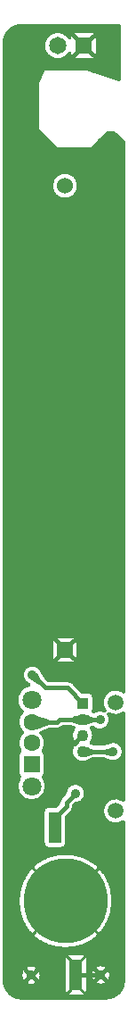
<source format=gtl>
*
%LPD*%
%LNKIMONO2-L1*%
%FSLAX25Y25*%
%MOIN*%
%AD*%
%AD*%
%ADD25R,0.06X0.06*%
%ADD26C,0.06*%
%ADD33R,0.062990157X0.062990157*%
%ADD38C,0.012*%
%ADD39C,0.015*%
%ADD40C,0.01*%
%ADD41R,0.064959843X0.064959843*%
%ADD42C,0.064959843*%
%ADD61C,0.059059843*%
%ADD65C,0.062990157*%
%ADD66C,0.036*%
%ADD68C,0.070870079*%
%ADD98R,0.043309843X0.043309843*%
%ADD99C,0.043309843*%
%ADD102R,0.047240157X0.118109843*%
%ADD103C,0.314959843*%
G54D25*
%SRX1Y1I0.0J0.0*%
G1X85802Y131978D3*
G54D26*
G1X85802Y305206D3*
G54D33*
G1X73280Y89293D3*
G1X98880Y105867D2*
G54D38*
G1X98980Y105767D1*
G1X103080Y10567D2*
G75*
G3X103080Y10567I-3900J0D1*
G1X76980Y10467D2*
G3X76980Y10467I-3900J0D1*
G1X103828Y38167D2*
G3X103828Y38167I-17848J0D1*
G1X90902Y305206D2*
G3X90902Y305206I-5100J0D1*
G74*
G1X107780Y93985D2*
G1X107780Y108277D1*
G1X102163Y108020D2*
G75*
G3X107780Y108277I2617J4323D1*
G1X96230Y103002D2*
G3X102163Y108020I2750J2765D1*
G74*
G1X96230Y103002D2*
G1X95646Y102810D1*
G1X95604Y97274D2*
G75*
G3X95646Y102810I-3224J2793D1*
G74*
G1X95604Y97274D2*
G1X96550Y96917D1*
G1X98280Y96917D1*
G1X99028Y96817D2*
G75*
G3X98280Y96917I-748J-2750D1*
G74*
G1X99028Y96817D2*
G1X100217Y96817D1*
G1X101861Y97304D1*
G1X107780Y93985D2*
G75*
G3X101861Y97304I-3900J-18D1*
G74*
G1X107780Y116408D2*
G1X107780Y321518D1*
G1X104244Y325054D1*
G1X101829Y325054D1*
G1X95735Y318961D1*
G1X82631Y318961D1*
G1X75327Y326265D1*
G1X75327Y343597D1*
G1X77717Y348867D1*
G1X94179Y348867D1*
G1X106093Y344805D1*
G1X106093Y365067D1*
G1X69554Y365067D1*
G75*
G3X63180Y359726I0J-6474D1*
G74*
G1X63180Y7308D1*
G75*
G3X69554Y1967I6374J1133D1*
G74*
G1X101306Y1967D1*
G75*
G3X107780Y8441I0J6474D1*
G74*
G1X107780Y67726D1*
G1X107780Y75857D2*
G75*
G3X107780Y67726I-3000J-4066D1*
G74*
G1X107780Y75857D2*
G1X107780Y93949D1*
G1X101861Y90630D2*
G75*
G3X107780Y93949I2019J3337D1*
G74*
G1X101861Y90630D2*
G1X100217Y91117D1*
G1X98380Y91117D1*
G1X97632Y91217D2*
G75*
G3X98380Y91117I748J2750D1*
G74*
G1X97632Y91217D2*
G1X96550Y91217D1*
G1X94804Y90557D1*
G1X89348Y97067D2*
G75*
G3X94804Y90557I3032J-3000D1*
G1X89088Y102779D2*
G3X89348Y97067I3292J-2712D1*
G74*
G1X89088Y102779D2*
G1X87630Y103217D1*
G1X84961Y103217D1*
G1X84769Y103026D1*
G1X82754Y102191D2*
G75*
G3X84769Y103026I0J2850D1*
G74*
G1X82754Y102191D2*
G1X80088Y102191D1*
G1X76864Y101003D1*
G1X77601Y94186D2*
G75*
G3X76864Y101003I-4321J2981D1*
G1X78530Y92443D2*
G3X77601Y94186I-2100J0D1*
G74*
G1X78530Y92443D2*
G1X78530Y86143D1*
G1X77731Y84495D2*
G75*
G3X78530Y86143I-1301J1648D1*
G1X68829Y84495D2*
G3X77731Y84495I4451J-3470D1*
G1X68030Y86143D2*
G3X68829Y84495I2100J0D1*
G74*
G1X68030Y86143D2*
G1X68030Y92443D1*
G1X68959Y94186D2*
G75*
G3X68030Y92443I1171J-1743D1*
G1X69807Y101104D2*
G3X68959Y94186I3473J-3937D1*
G1X69738Y108916D2*
G3X69807Y101104I3542J-3875D1*
G1X72332Y118872D2*
G3X69738Y108916I948J-5563D1*
G1X77351Y123562D2*
G3X72332Y118872I-3771J-995D1*
G74*
G1X77351Y123562D2*
G1X78398Y121779D1*
G1X79561Y120617D1*
G1X86680Y120617D1*
G1X88695Y119782D2*
G75*
G3X86680Y120617I-2015J-2015D1*
G74*
G1X88695Y119782D2*
G1X92145Y116332D1*
G1X94545Y116332D1*
G1X96645Y114232D2*
G75*
G3X94545Y116332I-2100J0D1*
G74*
G1X96645Y114232D2*
G1X96645Y109902D1*
G1X96467Y109054D2*
G75*
G3X96645Y109902I-1922J846D1*
G74*
G1X96467Y109054D2*
G1X96745Y108963D1*
G1X100818Y109207D2*
G75*
G3X96745Y108963I-1838J-3440D1*
G1X107780Y116408D2*
G3X100818Y109207I-3000J-4065D1*
G1X103080Y10567D2*
G3X103080Y10567I-3900J0D1*
G74*
G1X94379Y16513D2*
G1X94379Y4702D1*
G1X92279Y2602D2*
G75*
G3X94379Y4702I0J2100D1*
G74*
G1X92279Y2602D2*
G1X87555Y2602D1*
G1X85455Y4702D2*
G75*
G3X87555Y2602I2100J0D1*
G74*
G1X85455Y4702D2*
G1X85455Y16513D1*
G1X87555Y18613D2*
G75*
G3X85455Y16513I0J-2100D1*
G74*
G1X87555Y18613D2*
G1X92279Y18613D1*
G1X94379Y16513D2*
G75*
G3X92279Y18613I-2100J0D1*
G1X76980Y10467D2*
G3X76980Y10467I-3900J0D1*
G1X103828Y38167D2*
G3X103828Y38167I-17848J0D1*
G1X89813Y74469D2*
G3X85782Y78500I-133J3898D1*
G74*
G1X89813Y74469D2*
G1X89230Y73886D1*
G1X89230Y73606D1*
G1X88395Y71591D2*
G75*
G3X89230Y73606I-2015J2015D1*
G74*
G1X88395Y71591D2*
G1X86505Y69701D1*
G1X86505Y59821D1*
G1X84405Y57721D2*
G75*
G3X86505Y59821I0J2100D1*
G74*
G1X84405Y57721D2*
G1X79681Y57721D1*
G1X77581Y59821D2*
G75*
G3X79681Y57721I2100J0D1*
G74*
G1X77581Y59821D2*
G1X77581Y71632D1*
G1X79681Y73732D2*
G75*
G3X77581Y71632I0J-2100D1*
G74*
G1X79681Y73732D2*
G1X82475Y73732D1*
G1X83530Y74787D1*
G1X83530Y75067D1*
G1X84365Y77082D2*
G75*
G3X83530Y75067I2015J-2015D1*
G74*
G1X84365Y77082D2*
G1X85782Y78500D1*
G1X90902Y134978D2*
G1X90902Y128978D1*
G1X88802Y126878D2*
G75*
G3X90902Y128978I0J2100D1*
G74*
G1X88802Y126878D2*
G1X82802Y126878D1*
G1X80702Y128978D2*
G75*
G3X82802Y126878I2100J0D1*
G74*
G1X80702Y128978D2*
G1X80702Y134978D1*
G1X82802Y137078D2*
G75*
G3X80702Y134978I0J-2100D1*
G74*
G1X82802Y137078D2*
G1X88802Y137078D1*
G1X90902Y134978D2*
G75*
G3X88802Y137078I-2100J0D1*
G1X90902Y305206D2*
G3X90902Y305206I-5100J0D1*
G74*
G1X98228Y360815D2*
G1X98228Y354319D1*
G1X96128Y352219D2*
G75*
G3X98228Y354319I0J2100D1*
G74*
G1X96128Y352219D2*
G1X89632Y352219D1*
G1X87532Y354319D2*
G75*
G3X89632Y352219I2100J0D1*
G74*
G1X87532Y354319D2*
G1X87532Y354668D1*
G1X87532Y360466D2*
G75*
G3X87532Y354668I-4495J-2899D1*
G74*
G1X87532Y360466D2*
G1X87532Y360815D1*
G1X89632Y362915D2*
G75*
G3X87532Y360815I0J-2100D1*
G74*
G1X89632Y362915D2*
G1X96128Y362915D1*
G1X98228Y360815D2*
G75*
G3X96128Y362915I-2100J0D1*
G74*
G1X97820Y321046D2*
G1X107780Y321046D1*
G1X96740Y319966D2*
G1X107780Y319966D1*
G1X63180Y318886D2*
G1X107780Y318886D1*
G1X63180Y317806D2*
G1X107780Y317806D1*
G1X63180Y316726D2*
G1X107780Y316726D1*
G1X63180Y315646D2*
G1X107780Y315646D1*
G1X63180Y314566D2*
G1X107780Y314566D1*
G1X63180Y313486D2*
G1X107780Y313486D1*
G1X63180Y312406D2*
G1X107780Y312406D1*
G1X63180Y311326D2*
G1X107780Y311326D1*
G1X86587Y310246D2*
G1X107780Y310246D1*
G1X89017Y309166D2*
G1X107780Y309166D1*
G1X90012Y308086D2*
G1X107780Y308086D1*
G1X90574Y307006D2*
G1X107780Y307006D1*
G1X90851Y305926D2*
G1X107780Y305926D1*
G1X90889Y304846D2*
G1X107780Y304846D1*
G1X90694Y303766D2*
G1X107780Y303766D1*
G1X90236Y302686D2*
G1X107780Y302686D1*
G1X89414Y301606D2*
G1X107780Y301606D1*
G1X87827Y300526D2*
G1X107780Y300526D1*
G1X63180Y299446D2*
G1X107780Y299446D1*
G1X63180Y298366D2*
G1X107780Y298366D1*
G1X63180Y297286D2*
G1X107780Y297286D1*
G1X63180Y296206D2*
G1X107780Y296206D1*
G1X63180Y295126D2*
G1X107780Y295126D1*
G1X63180Y294046D2*
G1X107780Y294046D1*
G1X63180Y292966D2*
G1X107780Y292966D1*
G1X63180Y291886D2*
G1X107780Y291886D1*
G1X63180Y290806D2*
G1X107780Y290806D1*
G1X63180Y289726D2*
G1X107780Y289726D1*
G1X63180Y288646D2*
G1X107780Y288646D1*
G1X63180Y287566D2*
G1X107780Y287566D1*
G1X63180Y286486D2*
G1X107780Y286486D1*
G1X63180Y285406D2*
G1X107780Y285406D1*
G1X63180Y284326D2*
G1X107780Y284326D1*
G1X63180Y283246D2*
G1X107780Y283246D1*
G1X63180Y282166D2*
G1X107780Y282166D1*
G1X63180Y281086D2*
G1X107780Y281086D1*
G1X63180Y280006D2*
G1X107780Y280006D1*
G1X63180Y278926D2*
G1X107780Y278926D1*
G1X63180Y277846D2*
G1X107780Y277846D1*
G1X63180Y276766D2*
G1X107780Y276766D1*
G1X63180Y275686D2*
G1X107780Y275686D1*
G1X63180Y274606D2*
G1X107780Y274606D1*
G1X63180Y273526D2*
G1X107780Y273526D1*
G1X63180Y272446D2*
G1X107780Y272446D1*
G1X63180Y271366D2*
G1X107780Y271366D1*
G1X63180Y270286D2*
G1X107780Y270286D1*
G1X63180Y269206D2*
G1X107780Y269206D1*
G1X63180Y268126D2*
G1X107780Y268126D1*
G1X63180Y267046D2*
G1X107780Y267046D1*
G1X63180Y265966D2*
G1X107780Y265966D1*
G1X63180Y264886D2*
G1X107780Y264886D1*
G1X63180Y263806D2*
G1X107780Y263806D1*
G1X63180Y262726D2*
G1X107780Y262726D1*
G1X63180Y261646D2*
G1X107780Y261646D1*
G1X63180Y260566D2*
G1X107780Y260566D1*
G1X63180Y259486D2*
G1X107780Y259486D1*
G1X63180Y258406D2*
G1X107780Y258406D1*
G1X63180Y257326D2*
G1X107780Y257326D1*
G1X63180Y256246D2*
G1X107780Y256246D1*
G1X63180Y255166D2*
G1X107780Y255166D1*
G1X63180Y254086D2*
G1X107780Y254086D1*
G1X63180Y253006D2*
G1X107780Y253006D1*
G1X63180Y251926D2*
G1X107780Y251926D1*
G1X63180Y250846D2*
G1X107780Y250846D1*
G1X63180Y249766D2*
G1X107780Y249766D1*
G1X63180Y248686D2*
G1X107780Y248686D1*
G1X63180Y247606D2*
G1X107780Y247606D1*
G1X63180Y246526D2*
G1X107780Y246526D1*
G1X63180Y245446D2*
G1X107780Y245446D1*
G1X63180Y244366D2*
G1X107780Y244366D1*
G1X63180Y243286D2*
G1X107780Y243286D1*
G1X63180Y242206D2*
G1X107780Y242206D1*
G1X63180Y241126D2*
G1X107780Y241126D1*
G1X63180Y240046D2*
G1X107780Y240046D1*
G1X63180Y238966D2*
G1X107780Y238966D1*
G1X63180Y237886D2*
G1X107780Y237886D1*
G1X63180Y236806D2*
G1X107780Y236806D1*
G1X63180Y235726D2*
G1X107780Y235726D1*
G1X63180Y234646D2*
G1X107780Y234646D1*
G1X63180Y233566D2*
G1X107780Y233566D1*
G1X63180Y232486D2*
G1X107780Y232486D1*
G1X63180Y231406D2*
G1X107780Y231406D1*
G1X63180Y230326D2*
G1X107780Y230326D1*
G1X63180Y229246D2*
G1X107780Y229246D1*
G1X63180Y228166D2*
G1X107780Y228166D1*
G1X63180Y227086D2*
G1X107780Y227086D1*
G1X63180Y226006D2*
G1X107780Y226006D1*
G1X63180Y224926D2*
G1X107780Y224926D1*
G1X63180Y223846D2*
G1X107780Y223846D1*
G1X63180Y222766D2*
G1X107780Y222766D1*
G1X63180Y221686D2*
G1X107780Y221686D1*
G1X63180Y220606D2*
G1X107780Y220606D1*
G1X63180Y219526D2*
G1X107780Y219526D1*
G1X63180Y218446D2*
G1X107780Y218446D1*
G1X63180Y217366D2*
G1X107780Y217366D1*
G1X63180Y216286D2*
G1X107780Y216286D1*
G1X63180Y215206D2*
G1X107780Y215206D1*
G1X63180Y214126D2*
G1X107780Y214126D1*
G1X63180Y213046D2*
G1X107780Y213046D1*
G1X63180Y211966D2*
G1X107780Y211966D1*
G1X63180Y210886D2*
G1X107780Y210886D1*
G1X63180Y209806D2*
G1X107780Y209806D1*
G1X63180Y208726D2*
G1X107780Y208726D1*
G1X63180Y207646D2*
G1X107780Y207646D1*
G1X63180Y206566D2*
G1X107780Y206566D1*
G1X63180Y205486D2*
G1X107780Y205486D1*
G1X63180Y204406D2*
G1X107780Y204406D1*
G1X63180Y203326D2*
G1X107780Y203326D1*
G1X63180Y202246D2*
G1X107780Y202246D1*
G1X63180Y201166D2*
G1X107780Y201166D1*
G1X63180Y200086D2*
G1X107780Y200086D1*
G1X63180Y199006D2*
G1X107780Y199006D1*
G1X63180Y197926D2*
G1X107780Y197926D1*
G1X63180Y196846D2*
G1X107780Y196846D1*
G1X63180Y195766D2*
G1X107780Y195766D1*
G1X63180Y194686D2*
G1X107780Y194686D1*
G1X63180Y193606D2*
G1X107780Y193606D1*
G1X63180Y192526D2*
G1X107780Y192526D1*
G1X63180Y191446D2*
G1X107780Y191446D1*
G1X63180Y190366D2*
G1X107780Y190366D1*
G1X63180Y189286D2*
G1X107780Y189286D1*
G1X63180Y188206D2*
G1X107780Y188206D1*
G1X63180Y187126D2*
G1X107780Y187126D1*
G1X63180Y186046D2*
G1X107780Y186046D1*
G1X63180Y184966D2*
G1X107780Y184966D1*
G1X63180Y183886D2*
G1X107780Y183886D1*
G1X63180Y182806D2*
G1X107780Y182806D1*
G1X63180Y181726D2*
G1X107780Y181726D1*
G1X63180Y180646D2*
G1X107780Y180646D1*
G1X63180Y179566D2*
G1X107780Y179566D1*
G1X63180Y178486D2*
G1X107780Y178486D1*
G1X63180Y177406D2*
G1X107780Y177406D1*
G1X63180Y176326D2*
G1X107780Y176326D1*
G1X63180Y175246D2*
G1X107780Y175246D1*
G1X63180Y174166D2*
G1X107780Y174166D1*
G1X63180Y173086D2*
G1X107780Y173086D1*
G1X63180Y172006D2*
G1X107780Y172006D1*
G1X63180Y170926D2*
G1X107780Y170926D1*
G1X63180Y169846D2*
G1X107780Y169846D1*
G1X63180Y168766D2*
G1X107780Y168766D1*
G1X63180Y167686D2*
G1X107780Y167686D1*
G1X63180Y166606D2*
G1X107780Y166606D1*
G1X63180Y165526D2*
G1X107780Y165526D1*
G1X63180Y164446D2*
G1X107780Y164446D1*
G1X63180Y163366D2*
G1X107780Y163366D1*
G1X63180Y162286D2*
G1X107780Y162286D1*
G1X63180Y161206D2*
G1X107780Y161206D1*
G1X63180Y160126D2*
G1X107780Y160126D1*
G1X63180Y159046D2*
G1X107780Y159046D1*
G1X63180Y157966D2*
G1X107780Y157966D1*
G1X63180Y156886D2*
G1X107780Y156886D1*
G1X63180Y155806D2*
G1X107780Y155806D1*
G1X63180Y154726D2*
G1X107780Y154726D1*
G1X63180Y153646D2*
G1X107780Y153646D1*
G1X63180Y152566D2*
G1X107780Y152566D1*
G1X63180Y151486D2*
G1X107780Y151486D1*
G1X63180Y150406D2*
G1X107780Y150406D1*
G1X63180Y149326D2*
G1X107780Y149326D1*
G1X63180Y148246D2*
G1X107780Y148246D1*
G1X63180Y147166D2*
G1X107780Y147166D1*
G1X63180Y146086D2*
G1X107780Y146086D1*
G1X63180Y145006D2*
G1X107780Y145006D1*
G1X63180Y143926D2*
G1X107780Y143926D1*
G1X63180Y142846D2*
G1X107780Y142846D1*
G1X63180Y141766D2*
G1X107780Y141766D1*
G1X63180Y140686D2*
G1X107780Y140686D1*
G1X63180Y139606D2*
G1X107780Y139606D1*
G1X63180Y138526D2*
G1X107780Y138526D1*
G1X63180Y137446D2*
G1X107780Y137446D1*
G1X90378Y136366D2*
G1X107780Y136366D1*
G1X90879Y135286D2*
G1X107780Y135286D1*
G1X90902Y134206D2*
G1X107780Y134206D1*
G1X90902Y133126D2*
G1X107780Y133126D1*
G1X90902Y132046D2*
G1X107780Y132046D1*
G1X90902Y130966D2*
G1X107780Y130966D1*
G1X90902Y129886D2*
G1X107780Y129886D1*
G1X90895Y128806D2*
G1X107780Y128806D1*
G1X90488Y127726D2*
G1X107780Y127726D1*
G1X63180Y126646D2*
G1X107780Y126646D1*
G1X76074Y125566D2*
G1X107780Y125566D1*
G1X76975Y124486D2*
G1X107780Y124486D1*
G1X77443Y123406D2*
G1X107780Y123406D1*
G1X78077Y122326D2*
G1X107780Y122326D1*
G1X78932Y121246D2*
G1X107780Y121246D1*
G1X88219Y120166D2*
G1X107780Y120166D1*
G1X89392Y119086D2*
G1X107780Y119086D1*
G1X90472Y118006D2*
G1X107780Y118006D1*
G1X106907Y116926D2*
G1X107780Y116926D1*
G1X107697Y93166D2*
G1X107780Y93166D1*
G1X107296Y92086D2*
G1X107780Y92086D1*
G1X106418Y91006D2*
G1X107780Y91006D1*
G1X93401Y89926D2*
G1X107780Y89926D1*
G1X78530Y88846D2*
G1X107780Y88846D1*
G1X78530Y87766D2*
G1X107780Y87766D1*
G1X78530Y86686D2*
G1X107780Y86686D1*
G1X78460Y85606D2*
G1X107780Y85606D1*
G1X77769Y84526D2*
G1X107780Y84526D1*
G1X78378Y83446D2*
G1X107780Y83446D1*
G1X78762Y82366D2*
G1X107780Y82366D1*
G1X92267Y81286D2*
G1X107780Y81286D1*
G1X93119Y80206D2*
G1X107780Y80206D1*
G1X93506Y79126D2*
G1X107780Y79126D1*
G1X93567Y78046D2*
G1X107780Y78046D1*
G1X93320Y76966D2*
G1X107780Y76966D1*
G1X107741Y75886D2*
G1X107780Y75886D1*
G1X106986Y67246D2*
G1X107780Y67246D1*
G1X86505Y66166D2*
G1X107780Y66166D1*
G1X86505Y65086D2*
G1X107780Y65086D1*
G1X86505Y64006D2*
G1X107780Y64006D1*
G1X86505Y62926D2*
G1X107780Y62926D1*
G1X86505Y61846D2*
G1X107780Y61846D1*
G1X86505Y60766D2*
G1X107780Y60766D1*
G1X86501Y59686D2*
G1X107780Y59686D1*
G1X86118Y58606D2*
G1X107780Y58606D1*
G1X63180Y57526D2*
G1X107780Y57526D1*
G1X63180Y56446D2*
G1X107780Y56446D1*
G1X90751Y55366D2*
G1X107780Y55366D1*
G1X93644Y54286D2*
G1X107780Y54286D1*
G1X95592Y53206D2*
G1X107780Y53206D1*
G1X97102Y52126D2*
G1X107780Y52126D1*
G1X98337Y51046D2*
G1X107780Y51046D1*
G1X99372Y49966D2*
G1X107780Y49966D1*
G1X100251Y48886D2*
G1X107780Y48886D1*
G1X101002Y47806D2*
G1X107780Y47806D1*
G1X101642Y46726D2*
G1X107780Y46726D1*
G1X102186Y45646D2*
G1X107780Y45646D1*
G1X102642Y44566D2*
G1X107780Y44566D1*
G1X103017Y43486D2*
G1X107780Y43486D1*
G1X103317Y42406D2*
G1X107780Y42406D1*
G1X103546Y41326D2*
G1X107780Y41326D1*
G1X103707Y40246D2*
G1X107780Y40246D1*
G1X103800Y39166D2*
G1X107780Y39166D1*
G1X103828Y38086D2*
G1X107780Y38086D1*
G1X103790Y37006D2*
G1X107780Y37006D1*
G1X103687Y35926D2*
G1X107780Y35926D1*
G1X103516Y34846D2*
G1X107780Y34846D1*
G1X103277Y33766D2*
G1X107780Y33766D1*
G1X102966Y32686D2*
G1X107780Y32686D1*
G1X102578Y31606D2*
G1X107780Y31606D1*
G1X102110Y30526D2*
G1X107780Y30526D1*
G1X101552Y29446D2*
G1X107780Y29446D1*
G1X100896Y28366D2*
G1X107780Y28366D1*
G1X100127Y27286D2*
G1X107780Y27286D1*
G1X99227Y26206D2*
G1X107780Y26206D1*
G1X98165Y25126D2*
G1X107780Y25126D1*
G1X96895Y24046D2*
G1X107780Y24046D1*
G1X95333Y22966D2*
G1X107780Y22966D1*
G1X93292Y21886D2*
G1X107780Y21886D1*
G1X90120Y20806D2*
G1X107780Y20806D1*
G1X63180Y19726D2*
G1X107780Y19726D1*
G1X63180Y18646D2*
G1X107780Y18646D1*
G1X94097Y17566D2*
G1X107780Y17566D1*
G1X94379Y16486D2*
G1X107780Y16486D1*
G1X94379Y15406D2*
G1X107780Y15406D1*
G1X100220Y14326D2*
G1X107780Y14326D1*
G1X102015Y13246D2*
G1X107780Y13246D1*
G1X102737Y12166D2*
G1X107780Y12166D1*
G1X103045Y11086D2*
G1X107780Y11086D1*
G1X103039Y10006D2*
G1X107780Y10006D1*
G1X102718Y8926D2*
G1X107780Y8926D1*
G1X101974Y7846D2*
G1X107753Y7846D1*
G1X100052Y6766D2*
G1X107559Y6766D1*
G1X98900Y322126D2*
G1X107173Y322126D1*
G1X94379Y5686D2*
G1X107164Y5686D1*
G1X94377Y4606D2*
G1X106522Y4606D1*
G1X66398Y364246D2*
G1X106093Y364246D1*
G1X64971Y363166D2*
G1X106093Y363166D1*
G1X97800Y362086D2*
G1X106093Y362086D1*
G1X98219Y361006D2*
G1X106093Y361006D1*
G1X98228Y359926D2*
G1X106093Y359926D1*
G1X98228Y358846D2*
G1X106093Y358846D1*
G1X98228Y357766D2*
G1X106093Y357766D1*
G1X98228Y356686D2*
G1X106093Y356686D1*
G1X98228Y355606D2*
G1X106093Y355606D1*
G1X98228Y354526D2*
G1X106093Y354526D1*
G1X98038Y353446D2*
G1X106093Y353446D1*
G1X96899Y352366D2*
G1X106093Y352366D1*
G1X63180Y351286D2*
G1X106093Y351286D1*
G1X63180Y350206D2*
G1X106093Y350206D1*
G1X63180Y349126D2*
G1X106093Y349126D1*
G1X96589Y348046D2*
G1X106093Y348046D1*
G1X99757Y346966D2*
G1X106093Y346966D1*
G1X102925Y345886D2*
G1X106093Y345886D1*
G1X106093Y344806D3*
G1X99980Y323206D2*
G1X106093Y323206D1*
G1X94019Y3526D2*
G1X105519Y3526D1*
G1X101060Y324286D2*
G1X105013Y324286D1*
G1X67111Y2446D2*
G1X103749Y2446D1*
G1X91552Y116926D2*
G1X102653Y116926D1*
G1X86505Y67246D2*
G1X102574Y67246D1*
G1X92689Y75886D2*
G1X101819Y75886D1*
G1X95890Y115846D2*
G1X101139Y115846D1*
G1X86505Y68326D2*
G1X101103Y68326D1*
G1X91270Y74806D2*
G1X100725Y74806D1*
G1X100483Y109366D2*
G1X100697Y109366D1*
G1X95991Y91006D2*
G1X100593Y91006D1*
G1X96577Y114766D2*
G1X100346Y114766D1*
G1X86505Y69406D2*
G1X100326Y69406D1*
G1X89230Y73726D2*
G1X100112Y73726D1*
G1X96645Y110446D2*
G1X100097Y110446D1*
G1X96645Y113686D2*
G1X99909Y113686D1*
G1X87290Y70486D2*
G1X99899Y70486D1*
G1X89063Y72646D2*
G1X99800Y72646D1*
G1X96645Y111526D2*
G1X99794Y111526D1*
G1X96645Y112606D2*
G1X99734Y112606D1*
G1X88370Y71566D2*
G1X99732Y71566D1*
G1X94379Y6766D2*
G1X98308Y6766D1*
G1X94379Y14326D2*
G1X98140Y14326D1*
G1X96576Y109366D2*
G1X97477Y109366D1*
G1X94379Y7846D2*
G1X96386Y7846D1*
G1X94379Y13246D2*
G1X96345Y13246D1*
G1X94379Y8926D2*
G1X95642Y8926D1*
G1X94379Y12166D2*
G1X95623Y12166D1*
G1X94379Y10006D2*
G1X95321Y10006D1*
G1X94379Y11086D2*
G1X95315Y11086D1*
G1X78530Y89926D2*
G1X91359Y89926D1*
G1X78530Y91006D2*
G1X89410Y91006D1*
G1X78520Y97486D2*
G1X88984Y97486D1*
G1X84282Y352366D2*
G1X88861Y352366D1*
G1X78474Y96406D2*
G1X88813Y96406D1*
G1X84619Y102886D2*
G1X88733Y102886D1*
G1X78530Y92086D2*
G1X88603Y92086D1*
G1X79043Y101806D2*
G1X88485Y101806D1*
G1X78340Y98566D2*
G1X88388Y98566D1*
G1X78196Y95326D2*
G1X88305Y95326D1*
G1X78401Y93166D2*
G1X88211Y93166D1*
G1X77139Y100726D2*
G1X88166Y100726D1*
G1X77908Y99646D2*
G1X88135Y99646D1*
G1X77642Y94246D2*
G1X88118Y94246D1*
G1X85898Y362086D2*
G1X87960Y362086D1*
G1X86446Y353446D2*
G1X87722Y353446D1*
G1X87133Y361006D2*
G1X87541Y361006D1*
G1X87437Y354526D2*
G1X87532Y354526D1*
G1X78917Y81286D2*
G1X87093Y81286D1*
G1X78864Y80206D2*
G1X86241Y80206D1*
G1X78594Y79126D2*
G1X85854Y79126D1*
G1X65341Y3526D2*
G1X85815Y3526D1*
G1X63180Y17566D2*
G1X85737Y17566D1*
G1X64338Y4606D2*
G1X85457Y4606D1*
G1X63180Y16486D2*
G1X85455Y16486D1*
G1X63180Y15406D2*
G1X85455Y15406D1*
G1X73646Y14326D2*
G1X85455Y14326D1*
G1X75817Y13246D2*
G1X85455Y13246D1*
G1X76591Y12166D2*
G1X85455Y12166D1*
G1X76931Y11086D2*
G1X85455Y11086D1*
G1X76953Y10006D2*
G1X85455Y10006D1*
G1X76663Y8926D2*
G1X85455Y8926D1*
G1X75968Y7846D2*
G1X85455Y7846D1*
G1X74309Y6766D2*
G1X85455Y6766D1*
G1X63696Y5686D2*
G1X85455Y5686D1*
G1X78073Y78046D2*
G1X85328Y78046D1*
G1X63180Y310246D2*
G1X85018Y310246D1*
G1X77200Y76966D2*
G1X84255Y76966D1*
G1X63180Y300526D2*
G1X83777Y300526D1*
G1X75611Y75886D2*
G1X83650Y75886D1*
G1X63180Y74806D2*
G1X83530Y74806D1*
G1X63180Y309166D2*
G1X82587Y309166D1*
G1X63180Y301606D2*
G1X82190Y301606D1*
G1X63180Y20806D2*
G1X81840Y20806D1*
G1X63180Y352366D2*
G1X81793Y352366D1*
G1X63180Y319966D2*
G1X81627Y319966D1*
G1X63180Y308086D2*
G1X81593Y308086D1*
G1X63180Y302686D2*
G1X81369Y302686D1*
G1X63180Y136366D2*
G1X81226Y136366D1*
G1X63180Y55366D2*
G1X81209Y55366D1*
G1X63180Y127726D2*
G1X81116Y127726D1*
G1X63180Y307006D2*
G1X81030Y307006D1*
G1X63180Y303766D2*
G1X80910Y303766D1*
G1X63180Y305926D2*
G1X80753Y305926D1*
G1X63180Y135286D2*
G1X80725Y135286D1*
G1X63180Y304846D2*
G1X80715Y304846D1*
G1X63180Y128806D2*
G1X80709Y128806D1*
G1X63180Y134206D2*
G1X80702Y134206D1*
G1X63180Y133126D2*
G1X80702Y133126D1*
G1X63180Y132046D2*
G1X80702Y132046D1*
G1X63180Y130966D2*
G1X80702Y130966D1*
G1X63180Y129886D2*
G1X80702Y129886D1*
G1X63180Y321046D2*
G1X80547Y321046D1*
G1X64103Y362086D2*
G1X80177Y362086D1*
G1X63180Y353446D2*
G1X79629Y353446D1*
G1X63180Y73726D2*
G1X79523Y73726D1*
G1X63180Y322126D2*
G1X79467Y322126D1*
G1X63546Y361006D2*
G1X78942Y361006D1*
G1X63180Y21886D2*
G1X78668Y21886D1*
G1X63180Y354526D2*
G1X78638Y354526D1*
G1X63180Y323206D2*
G1X78387Y323206D1*
G1X63180Y54286D2*
G1X78316Y54286D1*
G1X63219Y359926D2*
G1X78238Y359926D1*
G1X63180Y355606D2*
G1X78062Y355606D1*
G1X63180Y58606D2*
G1X77968Y58606D1*
G1X63180Y358846D2*
G1X77845Y358846D1*
G1X63180Y72646D2*
G1X77842Y72646D1*
G1X63180Y356686D2*
G1X77763Y356686D1*
G1X63180Y357766D2*
G1X77693Y357766D1*
G1X63180Y59686D2*
G1X77585Y59686D1*
G1X63180Y71566D2*
G1X77581Y71566D1*
G1X63180Y70486D2*
G1X77581Y70486D1*
G1X63180Y69406D2*
G1X77581Y69406D1*
G1X63180Y68326D2*
G1X77581Y68326D1*
G1X63180Y67246D2*
G1X77581Y67246D1*
G1X63180Y66166D2*
G1X77581Y66166D1*
G1X63180Y65086D2*
G1X77581Y65086D1*
G1X63180Y64006D2*
G1X77581Y64006D1*
G1X63180Y62926D2*
G1X77581Y62926D1*
G1X63180Y61846D2*
G1X77581Y61846D1*
G1X63180Y60766D2*
G1X77581Y60766D1*
G1X63180Y348046D2*
G1X77344Y348046D1*
G1X63180Y324286D2*
G1X77307Y324286D1*
G1X63180Y346966D2*
G1X76855Y346966D1*
G1X63180Y22966D2*
G1X76627Y22966D1*
G1X63180Y53206D2*
G1X76368Y53206D1*
G1X63180Y345886D2*
G1X76365Y345886D1*
G1X63180Y325366D2*
G1X76227Y325366D1*
G1X63180Y344806D2*
G1X75875Y344806D1*
G1X63180Y343726D2*
G1X75385Y343726D1*
G1X63180Y342646D2*
G1X75327Y342646D1*
G1X63180Y341566D2*
G1X75327Y341566D1*
G1X63180Y340486D2*
G1X75327Y340486D1*
G1X63180Y339406D2*
G1X75327Y339406D1*
G1X63180Y338326D2*
G1X75327Y338326D1*
G1X63180Y337246D2*
G1X75327Y337246D1*
G1X63180Y336166D2*
G1X75327Y336166D1*
G1X63180Y335086D2*
G1X75327Y335086D1*
G1X63180Y334006D2*
G1X75327Y334006D1*
G1X63180Y332926D2*
G1X75327Y332926D1*
G1X63180Y331846D2*
G1X75327Y331846D1*
G1X63180Y330766D2*
G1X75327Y330766D1*
G1X63180Y329686D2*
G1X75327Y329686D1*
G1X63180Y328606D2*
G1X75327Y328606D1*
G1X63180Y327526D2*
G1X75327Y327526D1*
G1X63180Y326446D2*
G1X75327Y326446D1*
G1X63180Y24046D2*
G1X75065Y24046D1*
G1X63180Y52126D2*
G1X74858Y52126D1*
G1X63180Y25126D2*
G1X73795Y25126D1*
G1X63180Y51046D2*
G1X73623Y51046D1*
G1X63180Y26206D2*
G1X72733Y26206D1*
G1X63180Y49966D2*
G1X72588Y49966D1*
G1X63180Y14326D2*
G1X72514Y14326D1*
G1X63301Y6766D2*
G1X71851Y6766D1*
G1X63180Y27286D2*
G1X71833Y27286D1*
G1X63180Y119086D2*
G1X71822Y119086D1*
G1X63180Y48886D2*
G1X71709Y48886D1*
G1X63180Y125566D2*
G1X71086Y125566D1*
G1X63180Y28366D2*
G1X71064Y28366D1*
G1X63180Y47806D2*
G1X70958Y47806D1*
G1X63180Y75886D2*
G1X70949Y75886D1*
G1X63180Y120166D2*
G1X70507Y120166D1*
G1X63180Y29446D2*
G1X70408Y29446D1*
G1X63180Y13246D2*
G1X70343Y13246D1*
G1X63180Y46726D2*
G1X70318Y46726D1*
G1X63180Y7846D2*
G1X70192Y7846D1*
G1X63180Y124486D2*
G1X70185Y124486D1*
G1X63180Y118006D2*
G1X70152Y118006D1*
G1X63180Y121246D2*
G1X69911Y121246D1*
G1X63180Y30526D2*
G1X69850Y30526D1*
G1X63180Y45646D2*
G1X69774Y45646D1*
G1X63180Y123406D2*
G1X69771Y123406D1*
G1X63180Y122326D2*
G1X69687Y122326D1*
G1X63180Y12166D2*
G1X69569Y12166D1*
G1X63180Y8926D2*
G1X69497Y8926D1*
G1X63180Y100726D2*
G1X69421Y100726D1*
G1X63180Y31606D2*
G1X69382Y31606D1*
G1X63180Y76966D2*
G1X69360Y76966D1*
G1X63180Y44566D2*
G1X69318Y44566D1*
G1X63180Y109366D2*
G1X69243Y109366D1*
G1X63180Y11086D2*
G1X69229Y11086D1*
G1X63180Y10006D2*
G1X69207Y10006D1*
G1X63180Y108286D2*
G1X69153Y108286D1*
G1X63180Y101806D2*
G1X69146Y101806D1*
G1X63180Y32686D2*
G1X68994Y32686D1*
G1X63180Y116926D2*
G1X68948Y116926D1*
G1X63180Y43486D2*
G1X68943Y43486D1*
G1X63180Y94246D2*
G1X68918Y94246D1*
G1X63180Y84526D2*
G1X68791Y84526D1*
G1X63180Y33766D2*
G1X68683Y33766D1*
G1X63180Y99646D2*
G1X68652Y99646D1*
G1X63180Y42406D2*
G1X68643Y42406D1*
G1X63180Y107206D2*
G1X68497Y107206D1*
G1X63180Y102886D2*
G1X68493Y102886D1*
G1X63180Y78046D2*
G1X68487Y78046D1*
G1X63180Y34846D2*
G1X68444Y34846D1*
G1X63180Y110446D2*
G1X68417Y110446D1*
G1X63180Y41326D2*
G1X68414Y41326D1*
G1X63180Y95326D2*
G1X68364Y95326D1*
G1X63180Y35926D2*
G1X68273Y35926D1*
G1X63180Y40246D2*
G1X68253Y40246D1*
G1X63180Y115846D2*
G1X68239Y115846D1*
G1X63180Y98566D2*
G1X68220Y98566D1*
G1X63180Y83446D2*
G1X68182Y83446D1*
G1X63180Y37006D2*
G1X68170Y37006D1*
G1X63180Y39166D2*
G1X68160Y39166D1*
G1X63180Y93166D2*
G1X68159Y93166D1*
G1X63180Y106126D2*
G1X68144Y106126D1*
G1X63180Y103966D2*
G1X68142Y103966D1*
G1X63180Y38086D2*
G1X68132Y38086D1*
G1X63180Y85606D2*
G1X68100Y85606D1*
G1X63180Y96406D2*
G1X68086Y96406D1*
G1X63180Y97486D2*
G1X68040Y97486D1*
G1X63180Y105046D2*
G1X68030Y105046D1*
G1X63180Y92086D2*
G1X68030Y92086D1*
G1X63180Y91006D2*
G1X68030Y91006D1*
G1X63180Y89926D2*
G1X68030Y89926D1*
G1X63180Y88846D2*
G1X68030Y88846D1*
G1X63180Y87766D2*
G1X68030Y87766D1*
G1X63180Y86686D2*
G1X68030Y86686D1*
G1X63180Y79126D2*
G1X67966Y79126D1*
G1X63180Y111526D2*
G1X67926Y111526D1*
G1X63180Y114766D2*
G1X67828Y114766D1*
G1X63180Y82366D2*
G1X67798Y82366D1*
G1X63180Y80206D2*
G1X67697Y80206D1*
G1X63180Y112606D2*
G1X67681Y112606D1*
G1X63180Y113686D2*
G1X67649Y113686D1*
G1X63180Y81286D2*
G1X67643Y81286D1*
G1X102605Y107206D2*
G1X107780Y107206D1*
G1X102864Y106126D2*
G1X107780Y106126D1*
G1X102813Y105046D2*
G1X107780Y105046D1*
G1X102439Y103966D2*
G1X107780Y103966D1*
G1X101608Y102886D2*
G1X107780Y102886D1*
G1X96275Y101806D2*
G1X107780Y101806D1*
G1X96594Y100726D2*
G1X107780Y100726D1*
G1X96625Y99646D2*
G1X107780Y99646D1*
G1X96372Y98566D2*
G1X107780Y98566D1*
G1X105562Y97486D2*
G1X107780Y97486D1*
G1X106924Y96406D2*
G1X107780Y96406D1*
G1X107536Y95326D2*
G1X107780Y95326D1*
G1X107770Y94246D2*
G1X107780Y94246D1*
G1X95776Y97486D2*
G1X102198Y97486D1*
G1X95876Y102886D2*
G1X96352Y102886D1*
G1X96030Y94067D2*
G54D39*
G1X93381Y95068D1*
G1X95295Y94067D1*
G1X93381Y93066D1*
G1X96030Y94067D1*
G1X94148Y93467D2*
G1X94442Y93467D1*
G1X93574Y94967D2*
G1X93648Y94967D1*
G1X94080Y93330D2*
G1X94080Y93432D1*
G1X94080Y94702D2*
G1X94080Y94804D1*
G1X95580Y93897D2*
G1X95580Y94237D1*
G1X100630Y93967D2*
G1X103138Y93225D1*
G1X101330Y93967D1*
G1X103138Y94709D1*
G1X100630Y93967D1*
G1X102319Y93467D2*
G1X102547Y93467D1*
G1X101580Y93686D2*
G1X101580Y93864D1*
G1X101580Y94070D2*
G1X101580Y94248D1*
G1X103080Y93242D2*
G1X103080Y93248D1*
G1X103080Y94686D2*
G1X103080Y94692D1*
G1X79579Y105041D2*
G1X74977Y106738D1*
G1X77180Y105041D1*
G1X74977Y103344D1*
G1X79579Y105041D1*
G1X75785Y103967D2*
G1X76666Y103967D1*
G1X76627Y105467D2*
G1X78424Y105467D1*
G1X76080Y103751D2*
G1X76080Y104194D1*
G1X76080Y105888D2*
G1X76080Y106331D1*
G1X77580Y104304D2*
G1X77580Y105778D1*
G1X79080Y104857D2*
G1X79080Y105225D1*
G1X88049Y106067D2*
G1X91379Y105066D1*
G1X89465Y106067D1*
G1X91379Y107068D1*
G1X88049Y106067D1*
G1X90046Y105467D2*
G1X90612Y105467D1*
G1X91044Y106967D2*
G1X91186Y106967D1*
G1X88080Y106058D2*
G1X88080Y106076D1*
G1X89580Y105607D2*
G1X89580Y106007D1*
G1X89580Y106127D2*
G1X89580Y106527D1*
G1X91080Y105156D2*
G1X91080Y105223D1*
G1X91080Y106911D2*
G1X91080Y106978D1*
G1X96430Y106067D2*
G1X93381Y107068D1*
G1X95295Y106067D1*
G1X93381Y105066D1*
G1X96430Y106067D1*
G1X94148Y105467D2*
G1X94602Y105467D1*
G1X93574Y106967D2*
G1X93688Y106967D1*
G1X94080Y105296D2*
G1X94080Y105432D1*
G1X94080Y106702D2*
G1X94080Y106838D1*
G1X95580Y105788D2*
G1X95580Y106346D1*
G1X76126Y120021D2*
G1X74630Y122567D1*
G1X75383Y120764D1*
G1X73580Y121517D1*
G1X76126Y120021D1*
G1X75367Y120467D2*
G1X75864Y120467D1*
G1X74881Y121967D2*
G1X74983Y121967D1*
G1X74580Y120929D2*
G1X74580Y121099D1*
G1X76080Y120048D2*
G1X76080Y120099D1*
G1X89917Y10608D2*
G1X99139Y10608D1*
G1X99180Y10567D1*
G1X82043Y65726D2*
G1X82043Y69269D1*
G1X86380Y73606D1*
G1X86380Y75067D1*
G1X89680Y78367D1*
G1X92380Y94067D2*
G1X98280Y94067D1*
G1X98380Y93967D1*
G1X103880Y93967D1*
G1X73280Y105041D2*
G1X82754Y105041D1*
G1X83780Y106067D1*
G1X92380Y106067D1*
G1X98680Y106067D1*
G1X98880Y105867D1*
G1X73580Y122567D2*
G1X78380Y117767D1*
G1X86680Y117767D1*
G1X92380Y112067D1*
G1X88147Y352834D2*
G1X90583Y355270D1*
G1X88147Y362300D2*
G1X90583Y359864D1*
G1X97613Y362300D2*
G1X95177Y359864D1*
G1X97613Y352834D2*
G1X95177Y355270D1*
G1X90287Y136463D2*
G1X87923Y134099D1*
G1X90287Y127493D2*
G1X87923Y129857D1*
G1X81317Y127493D2*
G1X83681Y129857D1*
G1X81317Y136463D2*
G1X83681Y134099D1*
G1X89364Y97051D2*
G1X90849Y98536D1*
G1X101938Y13325D2*
G1X100453Y11840D1*
G1X96422Y13325D2*
G1X97907Y11840D1*
G1X96422Y7809D2*
G1X97907Y9294D1*
G1X101938Y7809D2*
G1X100453Y9294D1*
G1X75838Y13225D2*
G1X74353Y11740D1*
G1X70322Y13225D2*
G1X71807Y11740D1*
G1X70322Y7709D2*
G1X71807Y9194D1*
G1X75838Y7709D2*
G1X74353Y9194D1*
G1X86070Y17998D2*
G54D40*
G1X88247Y15822D1*
G1X93764Y17998D2*
G1X91587Y15822D1*
G1X93764Y3218D2*
G1X91587Y5394D1*
G1X86070Y3218D2*
G1X88247Y5394D1*
G1X73360Y50787D2*
G1X74844Y49303D1*
G1X73360Y25547D2*
G1X74844Y27031D1*
G1X98600Y25547D2*
G1X97116Y27031D1*
G1X98600Y50787D2*
G1X97116Y49303D1*
G54D41*
G1X92880Y357567D3*
G54D42*
G1X83037Y357567D3*
G54D61*
G1X104780Y112343D3*
G1X104780Y71791D3*
G54D65*
G1X73280Y97167D3*
G1X73280Y105041D3*
G54D66*
G1X73080Y10467D3*
G1X99180Y10567D3*
G1X89680Y78367D3*
G1X103880Y93967D3*
G1X98980Y105767D3*
G1X73580Y122567D3*
G54D68*
G1X73280Y113309D3*
G1X73280Y81025D3*
G54D98*
G1X92380Y112067D3*
G54D99*
G1X92380Y106067D3*
G1X92380Y100067D3*
G1X92380Y94067D3*
G54D102*
G1X89917Y10608D3*
G1X82043Y65726D3*
G54D103*
G1X85980Y38167D3*
M2*

</source>
